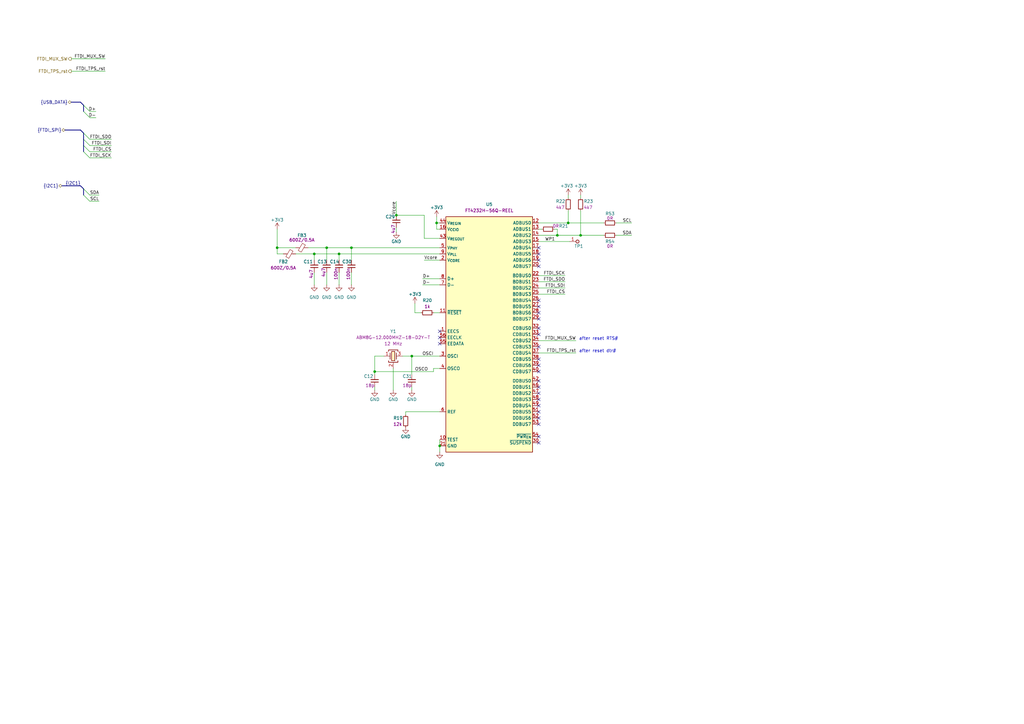
<source format=kicad_sch>
(kicad_sch (version 20230121) (generator eeschema)
  (paper "A3")
  (lib_symbols
    (symbol "C_18p_0402_1" (pin_numbers hide) (pin_names hide)
      (property "Reference" "C" (at 20.32 -5.08 0))
      (property "Val" "18p" (at 20.32 -7.62 0))
      (symbol "C_18p_0402_1_0_1"
        (polyline (pts (xy 2.032 -1.524) (xy 2.032 1.524)) (stroke (width 0.3048)))
        (polyline (pts (xy 3.048 -1.524) (xy 3.048 1.524)) (stroke (width 0.3302)))
      )
      (symbol "C_18p_0402_1_1_1"
        (pin passive line (at 0 0 0) (length 2.032) (name "~") (number "1"))
        (pin passive line (at 5.08 0 180) (length 2.032) (name "~") (number "2"))
      )
    )
    (symbol "antmicroCapacitors0402:C_100n_16V_X7R_0402" (pin_numbers hide) (pin_names hide)
      (property "Reference" "C" (at 15.24 -5.08 0))
      (property "Val" "100n" (at 15.24 -7.62 0))
      (symbol "C_100n_16V_X7R_0402_0_1"
        (polyline (pts (xy 2.032 -1.524) (xy 2.032 1.524)) (stroke (width 0.3048)))
        (polyline (pts (xy 3.048 -1.524) (xy 3.048 1.524)) (stroke (width 0.3302)))
      )
      (symbol "C_100n_16V_X7R_0402_1_1"
        (pin passive line (at 0 0 0) (length 2.032) (name "~") (number "1"))
        (pin passive line (at 5.08 0 180) (length 2.032) (name "~") (number "2"))
      )
    )
    (symbol "antmicroCapacitors0402:C_4u7_25V_0402" (pin_numbers hide) (pin_names hide)
      (property "Reference" "C" (at 20.32 -5.08 0))
      (property "Val" "4u7" (at 20.32 -7.62 0))
      (symbol "C_4u7_25V_0402_0_1"
        (polyline (pts (xy 2.032 -1.524) (xy 2.032 1.524)) (stroke (width 0.3048)))
        (polyline (pts (xy 3.048 -1.524) (xy 3.048 1.524)) (stroke (width 0.3302)))
      )
      (symbol "C_4u7_25V_0402_1_1"
        (pin passive line (at 0 0 0) (length 2.032) (name "~") (number "1"))
        (pin passive line (at 5.08 0 180) (length 2.032) (name "~") (number "2"))
      )
    )
    (symbol "antmicroFerriteBeadsandChips:FB_600Z_0.5A_Murata-BLM18AG_0603" (pin_numbers hide) (pin_names hide)
      (property "Reference" "FB" (at 15.24 0 0))
      (property "Val" "600Z/0.5A" (at 15.24 -5.08 0))
      (symbol "FB_600Z_0.5A_Murata-BLM18AG_0603_0_1"
        (polyline (pts (xy 1.651 0) (xy 1.2446 0)))
        (polyline (pts (xy 3.81 0) (xy 3.3274 0)))
        (polyline (pts (xy 2.2606 -1.8288) (xy 1.0414 -1.1176) (xy 2.7432 1.8288) (xy 3.9624 1.1176) (xy 2.2606 -1.8288)))
      )
      (symbol "FB_600Z_0.5A_Murata-BLM18AG_0603_1_1"
        (pin passive line (at 0 0 0) (length 1.27) (name "~") (number "1"))
        (pin passive line (at 5.08 0 180) (length 1.27) (name "~") (number "2"))
      )
    )
    (symbol "antmicroInterfaceControllers:FT4232H_VQFN"
      (property "Reference" "U" (at 55.88 -2.54 0))
      (property "MPN" "FT4232H-56Q-REEL" (at 55.88 -5.08 0))
      (symbol "FT4232H_VQFN_1_1"
        (rectangle (start 2.54 2.54) (end 38.1 -93.98) (stroke (width 0.254)) (fill (type background)))
        (pin bidirectional line (at 0 -44.45 0) (length 2.54) (name "EECS") (number "1"))
        (pin input line (at 0 -88.9 0) (length 2.54) (name "TEST") (number "10"))
        (pin input line (at 0 -36.83 0) (length 2.54) (name "~{RESET}") (number "11"))
        (pin bidirectional line (at 40.64 0 180) (length 2.54) (name "ADBUS0") (number "12"))
        (pin bidirectional line (at 40.64 -2.54 180) (length 2.54) (name "ADBUS1") (number "13"))
        (pin bidirectional line (at 40.64 -5.08 180) (length 2.54) (name "ADBUS2") (number "14"))
        (pin bidirectional line (at 40.64 -7.62 180) (length 2.54) (name "ADBUS3") (number "15"))
        (pin power_in line (at 0 -2.54 0) (length 2.54) (name "V_{CCIO}") (number "16"))
        (pin bidirectional line (at 40.64 -10.16 180) (length 2.54) (name "ADBUS4") (number "17"))
        (pin bidirectional line (at 40.64 -12.7 180) (length 2.54) (name "ADBUS5") (number "18"))
        (pin bidirectional line (at 40.64 -15.24 180) (length 2.54) (name "ADBUS6") (number "19"))
        (pin power_in line (at 0 -15.24 0) (length 2.54) (name "V_{CORE}") (number "2"))
        (pin bidirectional line (at 40.64 -17.78 180) (length 2.54) (name "ADBUS7") (number "20"))
        (pin power_in line (at 0 -91.44 0) (length 2.54) (name "GND") (number "21"))
        (pin bidirectional line (at 40.64 -21.59 180) (length 2.54) (name "BDBUS0") (number "22"))
        (pin bidirectional line (at 40.64 -24.13 180) (length 2.54) (name "BDBUS1") (number "23"))
        (pin bidirectional line (at 40.64 -26.67 180) (length 2.54) (name "BDBUS2") (number "24"))
        (pin bidirectional line (at 40.64 -29.21 180) (length 2.54) (name "BDBUS3") (number "25"))
        (pin bidirectional line (at 40.64 -31.75 180) (length 2.54) (name "BDBUS4") (number "26"))
        (pin bidirectional line (at 40.64 -34.29 180) (length 2.54) (name "BDBUS5") (number "27"))
        (pin bidirectional line (at 40.64 -36.83 180) (length 2.54) (name "BDBUS6") (number "28"))
        (pin bidirectional line (at 40.64 -39.37 180) (length 2.54) (name "BDBUS7") (number "29"))
        (pin input line (at 0 -54.61 0) (length 2.54) (name "OSCI") (number "3"))
        (pin output line (at 40.64 -90.17 180) (length 2.54) (name "~{SUSPEND}") (number "30"))
        (pin passive line (at 0 -15.24 0) (length 2.54) hide (name "V_{CORE}") (number "31"))
        (pin bidirectional line (at 40.64 -43.18 180) (length 2.54) (name "CDBUS0") (number "32"))
        (pin bidirectional line (at 40.64 -45.72 180) (length 2.54) (name "CDBUS1") (number "33"))
        (pin bidirectional line (at 40.64 -48.26 180) (length 2.54) (name "CDBUS2") (number "34"))
        (pin bidirectional line (at 40.64 -50.8 180) (length 2.54) (name "CDBUS3") (number "35"))
        (pin passive line (at 0 -2.54 0) (length 2.54) hide (name "V_{CCIO}") (number "36"))
        (pin bidirectional line (at 40.64 -53.34 180) (length 2.54) (name "CDBUS4") (number "37"))
        (pin bidirectional line (at 40.64 -55.88 180) (length 2.54) (name "CDBUS5") (number "38"))
        (pin bidirectional line (at 40.64 -58.42 180) (length 2.54) (name "CDBUS6") (number "39"))
        (pin output line (at 0 -59.69 0) (length 2.54) (name "OSCO") (number "4"))
        (pin bidirectional line (at 40.64 -60.96 180) (length 2.54) (name "CDBUS7") (number "40"))
        (pin passive line (at 0 -91.44 0) (length 2.54) hide (name "GND") (number "41"))
        (pin bidirectional line (at 40.64 -64.77 180) (length 2.54) (name "DDBUS0") (number "42"))
        (pin power_out line (at 0 -6.35 0) (length 2.54) (name "V_{REGOUT}") (number "43"))
        (pin power_in line (at 0 0 0) (length 2.54) (name "V_{REGIN}") (number "44"))
        (pin passive line (at 0 -91.44 0) (length 2.54) hide (name "GND") (number "45"))
        (pin bidirectional line (at 40.64 -67.31 180) (length 2.54) (name "DDBUS1") (number "46"))
        (pin bidirectional line (at 40.64 -69.85 180) (length 2.54) (name "DDBUS2") (number "47"))
        (pin bidirectional line (at 40.64 -72.39 180) (length 2.54) (name "DDBUS3") (number "48"))
        (pin bidirectional line (at 40.64 -74.93 180) (length 2.54) (name "DDBUS4") (number "49"))
        (pin power_in line (at 0 -10.16 0) (length 2.54) (name "V_{PHY}") (number "5"))
        (pin passive line (at 0 -2.54 0) (length 2.54) hide (name "V_{CCIO}") (number "50"))
        (pin bidirectional line (at 40.64 -77.47 180) (length 2.54) (name "DDBUS5") (number "51"))
        (pin bidirectional line (at 40.64 -80.01 180) (length 2.54) (name "DDBUS6") (number "52"))
        (pin bidirectional line (at 40.64 -82.55 180) (length 2.54) (name "DDBUS7") (number "53"))
        (pin output line (at 40.64 -87.63 180) (length 2.54) (name "~{PWR_{EN}}") (number "54"))
        (pin bidirectional line (at 0 -49.53 0) (length 2.54) (name "EEDATA") (number "55"))
        (pin output line (at 0 -46.99 0) (length 2.54) (name "EECLK") (number "56"))
        (pin passive line (at 0 -91.44 0) (length 2.54) hide (name "GND") (number "57"))
        (pin input line (at 0 -77.47 0) (length 2.54) (name "REF") (number "6"))
        (pin bidirectional line (at 0 -25.4 0) (length 2.54) (name "D-") (number "7"))
        (pin bidirectional line (at 0 -22.86 0) (length 2.54) (name "D+") (number "8"))
        (pin power_in line (at 0 -12.7 0) (length 2.54) (name "V_{PLL}") (number "9"))
      )
    )
    (symbol "antmicroResistors0402:R_0R_0402" (pin_numbers hide) (pin_names hide)
      (property "Reference" "R" (at 20.32 -5.08 0))
      (property "Val" "0R" (at 20.32 -7.62 0))
      (symbol "R_0R_0402_0_1"
        (rectangle (start 0.635 0.889) (end 4.445 -0.889) (stroke (width 0.254)))
      )
      (symbol "R_0R_0402_1_1"
        (pin passive line (at 0 0 0) (length 0.635) (name "~") (number "1"))
        (pin passive line (at 5.08 0 180) (length 0.635) (name "~") (number "2"))
      )
    )
    (symbol "antmicroResistors0402:R_12k_0402" (pin_numbers hide) (pin_names hide)
      (property "Reference" "R" (at 20.32 -5.08 0))
      (property "Val" "12k" (at 20.32 -7.62 0))
      (symbol "R_12k_0402_0_1"
        (rectangle (start 0.635 0.889) (end 4.445 -0.889) (stroke (width 0.254)))
      )
      (symbol "R_12k_0402_1_1"
        (pin passive line (at 0 0 0) (length 0.635) (name "~") (number "1"))
        (pin passive line (at 5.08 0 180) (length 0.635) (name "~") (number "2"))
      )
    )
    (symbol "antmicroResistors0402:R_1k_0402" (pin_numbers hide) (pin_names hide)
      (property "Reference" "R" (at 20.32 -5.08 0))
      (property "Val" "1k" (at 20.32 -7.62 0))
      (symbol "R_1k_0402_0_1"
        (rectangle (start 0.635 0.889) (end 4.445 -0.889) (stroke (width 0.254)))
      )
      (symbol "R_1k_0402_1_1"
        (pin passive line (at 0 0 0) (length 0.635) (name "~") (number "1"))
        (pin passive line (at 5.08 0 180) (length 0.635) (name "~") (number "2"))
      )
    )
    (symbol "antmicroResistors0402:R_4k7_0402" (pin_numbers hide) (pin_names hide)
      (property "Reference" "R" (at 20.32 -5.08 0))
      (property "Val" "4k7" (at 20.32 -7.62 0))
      (symbol "R_4k7_0402_0_1"
        (rectangle (start 0.635 0.889) (end 4.445 -0.889) (stroke (width 0.254)))
      )
      (symbol "R_4k7_0402_1_1"
        (pin passive line (at 0 0 0) (length 0.635) (name "~") (number "1"))
        (pin passive line (at 5.08 0 180) (length 0.635) (name "~") (number "2"))
      )
    )
    (symbol "antmicroResonators:Resonator_12MHz_ABM8G" (pin_names hide)
      (property "Reference" "Y" (at 15.24 -5.08 0))
      (property "MPN" "ABM8G-12.000MHZ-18-D2Y-T" (at 15.24 -7.62 0))
      (property "Val" "12 MHz" (at 15.24 -10.16 0))
      (symbol "Resonator_12MHz_ABM8G_1_1"
        (polyline (pts (xy 2.54 1.27) (xy 2.54 -1.27)) (stroke (width 0.254)) (fill (type background)))
        (polyline (pts (xy 5.08 1.27) (xy 5.08 -1.27)) (stroke (width 0.254)) (fill (type background)))
        (polyline (pts (xy 1.905 -1.905) (xy 1.905 -2.54) (xy 5.715 -2.54) (xy 5.715 -1.905)) (stroke (width 0.254)))
        (polyline (pts (xy 1.905 1.905) (xy 1.905 2.54) (xy 5.715 2.54) (xy 5.715 1.905)) (stroke (width 0.254)))
        (rectangle (start 3.175 1.905) (end 4.445 -1.905) (stroke (width 0.254)) (fill (type background)))
        (pin passive line (at 0 0 0) (length 2.54) (name "~") (number "1"))
        (pin passive line (at 3.81 -5.08 90) (length 2.54) (name "SH") (number "2"))
        (pin passive line (at 7.62 0 180) (length 2.54) (name "~") (number "3"))
        (pin passive line (at 3.81 -5.08 90) (length 2.54) hide (name "SH") (number "4"))
      )
    )
    (symbol "antmicroTestPoints:TP_1.5mm_SMD" (pin_names hide) (in_bom no)
      (property "Reference" "TP" (at 15.24 -5.08 0))
      (symbol "TP_1.5mm_SMD_1_1"
        (circle (center 3.175 0) (radius 0.635) (stroke (width 0.254)))
        (pin passive line (at 0 0 0) (length 2.54) (name "1") (number "1"))
      )
    )
    (symbol "antmicropower:+3V3" (power) (pin_numbers hide) (pin_names hide)
      (property "Value" "+3V3" (at -3.175 2.54 0))
      (symbol "+3V3_0_1"
        (polyline (pts (xy 0 0) (xy 0 2.54)))
        (polyline (pts (xy 0 2.54) (xy -0.762 1.27)))
        (polyline (pts (xy 0 2.54) (xy 0.762 1.27)))
      )
      (symbol "+3V3_1_1"
        (pin power_in line (at 0 0 90) (length 0) hide (name "+3V3") (number "1"))
      )
    )
    (symbol "antmicropower:GND" (power) (pin_numbers hide) (pin_names hide)
      (property "Value" "GND" (at 8.89 -5.08 0))
      (symbol "GND_1_1"
        (polyline (pts (xy 0 0) (xy 0 -1.27) (xy 1.27 -1.27) (xy 0 -2.54) (xy -1.27 -1.27) (xy 0 -1.27)))
        (pin power_in line (at 0 0 270) (length 0) (name "GND") (number "1"))
      )
    )
  )
  (junction (at 162.56 88.265))
  (junction (at 168.91 146.05))
  (junction (at 144.145 101.6))
  (junction (at 180.34 182.88))
  (junction (at 133.985 101.6))
  (junction (at 113.665 101.6))
  (junction (at 233.045 91.44))
  (junction (at 153.67 152.4))
  (junction (at 179.07 91.44))
  (junction (at 228.6 96.52))
  (junction (at 238.125 96.52))
  (junction (at 128.905 104.14))
  (junction (at 139.065 104.14))
  (no_connect (at 220.98 163.83))
  (no_connect (at 220.98 173.99))
  (no_connect (at 220.98 125.73))
  (no_connect (at 220.98 171.45))
  (no_connect (at 220.98 104.14))
  (no_connect (at 220.98 142.24))
  (no_connect (at 220.98 134.62))
  (no_connect (at 220.98 161.29))
  (no_connect (at 180.34 138.43))
  (no_connect (at 220.98 179.07))
  (no_connect (at 180.34 135.89))
  (no_connect (at 220.98 147.32))
  (no_connect (at 220.98 137.16))
  (no_connect (at 220.98 106.68))
  (no_connect (at 180.34 140.97))
  (no_connect (at 220.98 156.21))
  (no_connect (at 220.98 168.91))
  (no_connect (at 220.98 181.61))
  (no_connect (at 220.98 101.6))
  (no_connect (at 220.98 128.27))
  (no_connect (at 220.98 130.81))
  (no_connect (at 220.98 149.86))
  (no_connect (at 220.98 158.75))
  (no_connect (at 220.98 152.4))
  (no_connect (at 220.98 123.19))
  (no_connect (at 220.98 166.37))
  (no_connect (at 220.98 109.22))
  (bus_entry (at 36.83 48.26) (size -2.54 -2.54))
  (bus_entry (at 36.83 80.01) (size -2.54 -2.54))
  (bus_entry (at 36.83 59.69) (size -2.54 -2.54))
  (bus_entry (at 36.83 57.15) (size -2.54 -2.54))
  (bus_entry (at 36.83 45.72) (size -2.54 -2.54))
  (bus_entry (at 36.83 62.23) (size -2.54 -2.54))
  (bus_entry (at 36.83 64.77) (size -2.54 -2.54))
  (bus_entry (at 36.83 82.55) (size -2.54 -2.54))
  (bus_alias "FTDI_SPI" (members "FTDI_SDO" "FTDI_SDI" "FTDI_CS" "FTDI_SCK"))
  (bus_alias "USB_DATA" (members "D+" "D-"))
  (wire (pts (xy 173.99 106.68) (xy 180.34 106.68)))
  (wire (pts (xy 179.07 88.9) (xy 179.07 91.44)))
  (bus (pts (xy 34.29 54.61) (xy 33.02 53.34)))
  (wire (pts (xy 220.98 120.65) (xy 231.775 120.65)))
  (wire (pts (xy 233.045 80.01) (xy 233.045 81.28)))
  (wire (pts (xy 220.98 93.98) (xy 222.25 93.98)))
  (wire (pts (xy 36.83 64.77) (xy 45.72 64.77)))
  (wire (pts (xy 173.355 114.3) (xy 180.34 114.3)))
  (wire (pts (xy 29.21 24.13) (xy 43.18 24.13)))
  (wire (pts (xy 233.045 91.44) (xy 247.65 91.44)))
  (wire (pts (xy 113.665 104.14) (xy 116.205 104.14)))
  (wire (pts (xy 153.67 152.4) (xy 153.67 153.67)))
  (wire (pts (xy 173.355 116.84) (xy 180.34 116.84)))
  (wire (pts (xy 133.985 106.68) (xy 133.985 101.6)))
  (wire (pts (xy 133.985 111.76) (xy 133.985 116.84)))
  (wire (pts (xy 168.91 160.02) (xy 168.91 158.75)))
  (wire (pts (xy 220.98 91.44) (xy 233.045 91.44)))
  (wire (pts (xy 173.99 97.79) (xy 173.99 88.265)))
  (wire (pts (xy 113.665 104.14) (xy 113.665 101.6)))
  (wire (pts (xy 161.29 160.02) (xy 161.29 151.13)))
  (wire (pts (xy 238.125 86.36) (xy 238.125 96.52)))
  (wire (pts (xy 179.07 93.98) (xy 180.34 93.98)))
  (wire (pts (xy 113.665 101.6) (xy 121.285 101.6)))
  (bus (pts (xy 34.29 43.18) (xy 33.02 41.91)))
  (wire (pts (xy 113.665 93.98) (xy 113.665 101.6)))
  (wire (pts (xy 153.67 152.4) (xy 177.8 152.4)))
  (wire (pts (xy 153.67 146.05) (xy 157.48 146.05)))
  (wire (pts (xy 162.56 82.55) (xy 162.56 88.265)))
  (wire (pts (xy 252.73 91.44) (xy 259.08 91.44)))
  (wire (pts (xy 128.905 104.14) (xy 139.065 104.14)))
  (wire (pts (xy 170.18 124.46) (xy 170.18 128.27)))
  (bus (pts (xy 29.21 41.91) (xy 33.02 41.91)))
  (wire (pts (xy 228.6 96.52) (xy 238.125 96.52)))
  (wire (pts (xy 128.905 106.68) (xy 128.905 104.14)))
  (wire (pts (xy 170.18 128.27) (xy 172.72 128.27)))
  (bus (pts (xy 34.29 77.47) (xy 34.29 80.01)))
  (wire (pts (xy 29.21 29.21) (xy 43.18 29.21)))
  (wire (pts (xy 139.065 104.14) (xy 180.34 104.14)))
  (bus (pts (xy 34.29 77.47) (xy 33.02 76.2)))
  (wire (pts (xy 139.065 106.68) (xy 139.065 104.14)))
  (wire (pts (xy 133.985 101.6) (xy 144.145 101.6)))
  (wire (pts (xy 220.98 99.06) (xy 233.68 99.06)))
  (wire (pts (xy 220.98 96.52) (xy 228.6 96.52)))
  (wire (pts (xy 128.905 111.76) (xy 128.905 116.84)))
  (wire (pts (xy 121.285 104.14) (xy 128.905 104.14)))
  (wire (pts (xy 228.6 93.98) (xy 228.6 96.52)))
  (wire (pts (xy 238.125 96.52) (xy 247.65 96.52)))
  (wire (pts (xy 126.365 101.6) (xy 133.985 101.6)))
  (bus (pts (xy 34.29 57.15) (xy 34.29 59.69)))
  (wire (pts (xy 36.83 48.26) (xy 39.37 48.26)))
  (wire (pts (xy 220.98 139.7) (xy 236.22 139.7)))
  (wire (pts (xy 220.98 144.78) (xy 236.22 144.78)))
  (wire (pts (xy 36.83 80.01) (xy 40.64 80.01)))
  (wire (pts (xy 168.91 146.05) (xy 168.91 153.67)))
  (wire (pts (xy 252.73 96.52) (xy 259.08 96.52)))
  (wire (pts (xy 233.045 86.36) (xy 233.045 91.44)))
  (wire (pts (xy 165.1 146.05) (xy 168.91 146.05)))
  (wire (pts (xy 180.34 180.34) (xy 180.34 182.88)))
  (bus (pts (xy 34.29 43.18) (xy 34.29 45.72)))
  (wire (pts (xy 36.83 57.15) (xy 45.72 57.15)))
  (wire (pts (xy 166.37 170.18) (xy 166.37 168.91)))
  (wire (pts (xy 227.33 93.98) (xy 228.6 93.98)))
  (bus (pts (xy 26.67 53.34) (xy 33.02 53.34)))
  (wire (pts (xy 238.125 80.01) (xy 238.125 81.28)))
  (wire (pts (xy 144.145 111.76) (xy 144.145 116.84)))
  (wire (pts (xy 36.83 45.72) (xy 39.37 45.72)))
  (wire (pts (xy 36.83 82.55) (xy 40.64 82.55)))
  (wire (pts (xy 153.67 146.05) (xy 153.67 152.4)))
  (wire (pts (xy 173.99 97.79) (xy 180.34 97.79)))
  (wire (pts (xy 179.07 91.44) (xy 179.07 93.98)))
  (wire (pts (xy 173.99 88.265) (xy 162.56 88.265)))
  (wire (pts (xy 180.34 185.42) (xy 180.34 182.88)))
  (wire (pts (xy 144.145 106.68) (xy 144.145 101.6)))
  (wire (pts (xy 180.34 91.44) (xy 179.07 91.44)))
  (bus (pts (xy 25.4 76.2) (xy 33.02 76.2)))
  (wire (pts (xy 162.56 93.345) (xy 162.56 95.25)))
  (wire (pts (xy 220.98 113.03) (xy 231.775 113.03)))
  (wire (pts (xy 220.98 115.57) (xy 231.775 115.57)))
  (wire (pts (xy 166.37 168.91) (xy 180.34 168.91)))
  (wire (pts (xy 36.83 62.23) (xy 45.72 62.23)))
  (wire (pts (xy 139.065 111.76) (xy 139.065 116.84)))
  (wire (pts (xy 177.8 152.4) (xy 177.8 151.13)))
  (wire (pts (xy 168.91 146.05) (xy 180.34 146.05)))
  (wire (pts (xy 177.8 151.13) (xy 180.34 151.13)))
  (wire (pts (xy 153.67 160.02) (xy 153.67 158.75)))
  (wire (pts (xy 177.8 128.27) (xy 180.34 128.27)))
  (wire (pts (xy 144.145 101.6) (xy 180.34 101.6)))
  (bus (pts (xy 34.29 59.69) (xy 34.29 62.23)))
  (bus (pts (xy 34.29 54.61) (xy 34.29 57.15)))
  (wire (pts (xy 36.83 59.69) (xy 45.72 59.69)))
  (wire (pts (xy 220.98 118.11) (xy 231.775 118.11)))
  (text "after reset RTS#" (at 237.49 139.7 0) (effects (font (size 1.27 1.27)) (justify left bottom)))
  (text "after reset dtr#" (at 237.49 144.78 0) (effects (font (size 1.27 1.27)) (justify left bottom)))
  (label "SDA" (at 40.64 80.01 180))
  (label "FTDI_SDI" (at 231.775 118.11 180))
  (label "FTDI_SCK" (at 45.72 64.77 180))
  (label "FTDI_CS" (at 231.775 120.65 180))
  (label "Vcore" (at 173.99 106.68 0))
  (label "Vcore" (at 162.56 82.55 270))
  (label "FTDI_MUX_SW" (at 236.22 139.7 180))
  (label "D-" (at 39.37 48.26 180))
  (label "SCL" (at 40.64 82.55 180))
  (label "FTDI_TPS_rst" (at 43.18 29.21 180))
  (label "FTDI_SDI" (at 45.72 59.69 180))
  (label "FTDI_MUX_SW" (at 43.18 24.13 180))
  (label "FTDI_SCK" (at 231.775 113.03 180))
  (label "FTDI_SDO" (at 231.775 115.57 180))
  (label "D+" (at 173.355 114.3 0))
  (label "{I2C1}" (at 33.02 76.2 180))
  (label "D-" (at 173.355 116.84 0))
  (label "OSCI" (at 177.8 146.05 180))
  (label "SCL" (at 259.08 91.44 180))
  (label "SDA" (at 259.08 96.52 180))
  (label "FTDI_CS" (at 45.72 62.23 180))
  (label "WP1" (at 223.52 99.06 0))
  (label "FTDI_SDO" (at 45.72 57.15 180))
  (label "OSCO" (at 170.18 152.4 0))
  (label "D+" (at 39.37 45.72 180))
  (label "FTDI_TPS_rst" (at 236.22 144.78 180))
  (hierarchical_label "{FTDI_SPI}" (shape bidirectional) (at 26.67 53.34 180))
  (hierarchical_label "FTDI_MUX_SW" (shape output) (at 29.21 24.13 180))
  (hierarchical_label "FTDI_TPS_rst" (shape output) (at 29.21 29.21 180))
  (hierarchical_label "{I2C1}" (shape bidirectional) (at 25.4 76.2 180))
  (hierarchical_label "{USB_DATA}" (shape bidirectional) (at 29.21 41.91 180))
  (symbol (lib_id "antmicroFerriteBeadsandChips:FB_600Z_0.5A_Murata-BLM18AG_0603") (at 121.285 101.6 0) (unit 1)
    (property "Reference" "FB3" (at 123.825 96.52 0))
    (property "Value" "FB_600Z_0.5A_Murata-BLM18AG_0603" (effects hide))
    (property "Footprint" "antmicro-footprints:FB_0603_1608Metric" (effects hide))
    (property "Datasheet" "https://www.murata.com/en-us/products/productdata/8796738650142/ENFA0003.pdf" (effects hide))
    (property "Val" "600Z/0.5A" (at 123.825 98.425 0))
    (property "MPN" "BLM18AG601SN1D" (effects hide))
    (property "Manufacturer" "Murata" (effects hide))
    (property "Author" "Antmicro" (effects hide))
    (property "License" "Apache-2.0" (effects hide))
  )
  (symbol (lib_id "antmicroResistors0402:R_0R_0402") (at 222.25 93.98 0) (unit 1)
    (property "Reference" "R21" (at 231.14 92.71 0))
    (property "Value" "R_0R_0402" (effects hide))
    (property "Footprint" "antmicro-footprints:R_0402_1005Metric" (effects hide))
    (property "Datasheet" "https://industrial.panasonic.com/cdbs/www-data/pdf/RDA0000/AOA0000C301.pdf" (effects hide))
    (property "MPN" "ERJ2GE0R00X" (effects hide))
    (property "Manufacturer" "Panasonic" (effects hide))
    (property "License" "Apache-2.0" (effects hide))
    (property "Author" "Antmicro" (effects hide))
    (property "Val" "0R" (at 227.965 92.71 0))
    (property "Current" "1A" (effects hide))
  )
  (symbol (lib_id "antmicroCapacitors0402:C_100n_16V_X7R_0402") (at 144.145 111.76 90) (unit 1)
    (property "Reference" "C30" (at 140.335 107.315 90) (effects (justify right)))
    (property "Value" "C_100n_16V_X7R_0402" (effects hide))
    (property "Footprint" "antmicro-footprints:C_0402_1005Metric" (effects hide))
    (property "Datasheet" "https://www.kemet.com/en/us/capacitors/product/C0402C104J4RAC7411.html" (effects hide))
    (property "MPN" "C0402C104J4RAC7411" (effects hide))
    (property "Val" "100n" (at 142.875 109.855 0) (effects (justify right)))
    (property "Voltage" "16V" (effects hide))
    (property "Dielectric" "X7R" (effects hide))
    (property "Manufacturer" "KEMET" (effects hide))
    (property "License" "Apache-2.0" (effects hide))
    (property "Author" "Antmicro" (effects hide))
  )
  (symbol (lib_id "antmicropower:+3V3") (at 179.07 88.9 0) (unit 1)
    (property "Reference" "#PWR031" (effects hide))
    (property "Value" "+3V3" (at 179.07 85.09 0))
    (property "Author" "Antmicro" (effects hide))
    (property "License" "Apache-2.0" (effects hide))
  )
  (symbol (lib_id "antmicroResistors0402:R_4k7_0402") (at 233.045 86.36 90) (unit 1)
    (property "Reference" "R22" (at 227.965 82.55 90) (effects (justify right)))
    (property "Value" "R_4k7_0402" (effects hide))
    (property "Footprint" "antmicro-footprints:R_0402_1005Metric" (effects hide))
    (property "Datasheet" "https://www.bourns.com/docs/product-datasheets/cr.pdf" (effects hide))
    (property "MPN" "CR0402-FX-4701GLF" (effects hide))
    (property "Manufacturer" "Bourns" (effects hide))
    (property "License" "Apache-2.0" (effects hide))
    (property "Author" "Antmicro" (effects hide))
    (property "Val" "4k7" (at 227.965 85.09 90) (effects (justify right)))
    (property "Tolerance" "1%" (effects hide))
  )
  (symbol (lib_id "antmicropower:GND") (at 166.37 175.26 0) (unit 1)
    (property "Reference" "#PWR025" (effects hide))
    (property "Value" "GND" (at 166.37 179.07 0))
    (property "Author" "Antmicro" (effects hide))
    (property "License" "Apache-2.0" (effects hide))
  )
  (symbol (lib_id "antmicropower:GND") (at 139.065 116.84 0) (unit 1)
    (property "Reference" "#PWR021" (effects hide))
    (property "Value" "GND" (at 139.065 121.92 0))
    (property "Author" "Antmicro" (effects hide))
    (property "License" "Apache-2.0" (effects hide))
  )
  (symbol (lib_id "antmicropower:GND") (at 180.34 185.42 0) (unit 1)
    (property "Reference" "#PWR032" (effects hide))
    (property "Value" "GND" (at 180.34 190.5 0))
    (property "Author" "Antmicro" (effects hide))
    (property "License" "Apache-2.0" (effects hide))
  )
  (symbol (lib_id "antmicropower:GND") (at 161.29 160.02 0) (unit 1)
    (property "Reference" "#PWR022" (effects hide))
    (property "Value" "GND" (at 161.29 163.83 0))
    (property "Author" "Antmicro" (effects hide))
    (property "License" "Apache-2.0" (effects hide))
  )
  (symbol (lib_id "antmicropower:+3V3") (at 113.665 93.98 0) (unit 1)
    (property "Reference" "#PWR05" (effects hide))
    (property "Value" "+3V3" (at 113.665 90.17 0))
    (property "Author" "Antmicro" (effects hide))
    (property "License" "Apache-2.0" (effects hide))
  )
  (symbol (lib_id "antmicropower:+3V3") (at 170.18 124.46 0) (unit 1)
    (property "Reference" "#PWR030" (effects hide))
    (property "Value" "+3V3" (at 170.18 120.65 0))
    (property "Author" "Antmicro" (effects hide))
    (property "License" "Apache-2.0" (effects hide))
  )
  (symbol (lib_id "antmicroResistors0402:R_12k_0402") (at 166.37 175.26 90) (unit 1)
    (property "Reference" "R19" (at 161.29 171.45 90) (effects (justify right)))
    (property "Value" "R_12k_0402" (effects hide))
    (property "Footprint" "antmicro-footprints:R_0402_1005Metric" (effects hide))
    (property "Datasheet" "https://www.bourns.com/docs/product-datasheets/cr.pdf" (effects hide))
    (property "MPN" "CR0402-FX-1202GLF" (effects hide))
    (property "Manufacturer" "Bourns" (effects hide))
    (property "License" "Apache-2.0" (effects hide))
    (property "Author" "Antmicro" (effects hide))
    (property "Val" "12k" (at 161.29 173.99 90) (effects (justify right)))
    (property "Tolerance" "1%" (effects hide))
  )
  (symbol (lib_id "antmicropower:GND") (at 144.145 116.84 0) (unit 1)
    (property "Reference" "#PWR024" (effects hide))
    (property "Value" "GND" (at 144.145 121.92 0))
    (property "Author" "Antmicro" (effects hide))
    (property "License" "Apache-2.0" (effects hide))
  )
  (symbol (lib_id "antmicropower:+3V3") (at 238.125 80.01 0) (unit 1)
    (property "Reference" "#PWR034" (effects hide))
    (property "Value" "+3V3" (at 238.125 76.2 0))
    (property "Author" "Antmicro" (effects hide))
    (property "License" "Apache-2.0" (effects hide))
  )
  (symbol (lib_id "antmicropower:GND") (at 162.56 95.25 0) (unit 1)
    (property "Reference" "#PWR023" (effects hide))
    (property "Value" "GND" (at 162.56 99.06 0))
    (property "Author" "Antmicro" (effects hide))
    (property "License" "Apache-2.0" (effects hide))
  )
  (symbol (lib_id "antmicroResistors0402:R_1k_0402") (at 172.72 128.27 0) (unit 1)
    (property "Reference" "R20" (at 175.26 123.19 0))
    (property "Value" "R_1k_0402" (effects hide))
    (property "Footprint" "antmicro-footprints:R_0402_1005Metric" (effects hide))
    (property "Datasheet" "https://www.bourns.com/docs/product-datasheets/cr.pdf" (effects hide))
    (property "MPN" "CR0402-FX-1001GLF" (effects hide))
    (property "Manufacturer" "Bourns" (effects hide))
    (property "License" "Apache-2.0" (effects hide))
    (property "Author" "Antmicro" (effects hide))
    (property "Val" "1k" (at 175.26 125.73 0))
    (property "Tolerance" "1%" (effects hide))
  )
  (symbol (lib_name "C_18p_0402_1") (lib_id "antmicroCapacitors0402:C_18p_0402") (at 168.91 158.75 90) (unit 1)
    (property "Reference" "C31" (at 165.1 154.305 90) (effects (justify right)))
    (property "Value" "C_18p_0402" (effects hide))
    (property "Footprint" "antmicro-footprints:C_0402_1005Metric" (effects hide))
    (property "Datasheet" "https://product.samsungsem.com/mlcc/CL05C180JB51PN.do" (effects hide))
    (property "MPN" "CL05C180JB51PNC" (effects hide))
    (property "Manufacturer" "Samsung Electro-Mechanics" (effects hide))
    (property "License" "Apache-2.0" (effects hide))
    (property "Author" "Antmicro" (effects hide))
    (property "Val" "18p" (at 165.1 158.115 90) (effects (justify right)))
  )
  (symbol (lib_id "antmicroResistors0402:R_4k7_0402") (at 238.125 86.36 90) (unit 1)
    (property "Reference" "R23" (at 239.395 82.55 90) (effects (justify right)))
    (property "Value" "R_4k7_0402" (effects hide))
    (property "Footprint" "antmicro-footprints:R_0402_1005Metric" (effects hide))
    (property "Datasheet" "https://www.bourns.com/docs/product-datasheets/cr.pdf" (effects hide))
    (property "MPN" "CR0402-FX-4701GLF" (effects hide))
    (property "Manufacturer" "Bourns" (effects hide))
    (property "License" "Apache-2.0" (effects hide))
    (property "Author" "Antmicro" (effects hide))
    (property "Val" "4k7" (at 239.395 85.09 90) (effects (justify right)))
    (property "Tolerance" "1%" (effects hide))
  )
  (symbol (lib_id "antmicroCapacitors0402:C_100n_16V_X7R_0402") (at 139.065 111.76 90) (unit 1)
    (property "Reference" "C14" (at 135.255 107.315 90) (effects (justify right)))
    (property "Value" "C_100n_16V_X7R_0402" (effects hide))
    (property "Footprint" "antmicro-footprints:C_0402_1005Metric" (effects hide))
    (property "Datasheet" "https://www.kemet.com/en/us/capacitors/product/C0402C104J4RAC7411.html" (effects hide))
    (property "MPN" "C0402C104J4RAC7411" (effects hide))
    (property "Val" "100n" (at 137.795 109.855 0) (effects (justify right)))
    (property "Voltage" "16V" (effects hide))
    (property "Dielectric" "X7R" (effects hide))
    (property "Manufacturer" "KEMET" (effects hide))
    (property "License" "Apache-2.0" (effects hide))
    (property "Author" "Antmicro" (effects hide))
  )
  (symbol (lib_id "antmicroResistors0402:R_0R_0402") (at 247.65 91.44 0) (unit 1)
    (property "Reference" "R53" (at 250.19 87.63 0))
    (property "Value" "R_0R_0402" (effects hide))
    (property "Footprint" "antmicro-footprints:R_0402_1005Metric" (effects hide))
    (property "Datasheet" "https://industrial.panasonic.com/cdbs/www-data/pdf/RDA0000/AOA0000C301.pdf" (effects hide))
    (property "MPN" "ERJ2GE0R00X" (effects hide))
    (property "Manufacturer" "Panasonic" (effects hide))
    (property "License" "Apache-2.0" (effects hide))
    (property "Author" "Antmicro" (effects hide))
    (property "Val" "0R" (at 250.19 89.535 0))
    (property "Current" "1A" (effects hide))
  )
  (symbol (lib_id "antmicroTestPoints:TP_1.5mm_SMD") (at 233.68 99.06 0) (unit 1) (in_bom no)
    (property "Reference" "TP1" (at 235.585 100.965 0) (effects (justify left)))
    (property "Value" "TP_1.5mm_SMD" (effects hide))
    (property "Footprint" "antmicro-footprints:TP_SMD_1.5mm" (effects hide))
    (property "Author" "Antmicro" (effects hide))
    (property "License" "Apache-2.0" (effects hide))
  )
  (symbol (lib_id "antmicroCapacitors0402:C_4u7_25V_0402") (at 128.905 111.76 90) (unit 1)
    (property "Reference" "C11" (at 124.46 107.315 90) (effects (justify right)))
    (property "Value" "C_4u7_25V_0402" (effects hide))
    (property "Footprint" "antmicro-footprints:C_0402_1005Metric" (effects hide))
    (property "Datasheet" "https://www.murata.com/products/productdetail?partno=GRM155C61E475ME15%23" (effects hide))
    (property "MPN" "GRM155C61E475ME15J" (effects hide))
    (property "Manufacturer" "Murata" (effects hide))
    (property "License" "Apache-2.0" (effects hide))
    (property "Author" "Antmicro" (effects hide))
    (property "Val" "4u7" (at 127.635 110.49 0) (effects (justify right)))
    (property "Voltage" "25V" (effects hide))
    (property "Dielectric" "X5S" (effects hide))
  )
  (symbol (lib_id "antmicroCapacitors0402:C_4u7_25V_0402") (at 133.985 111.76 90) (unit 1)
    (property "Reference" "C13" (at 130.175 107.315 90) (effects (justify right)))
    (property "Value" "C_4u7_25V_0402" (effects hide))
    (property "Footprint" "antmicro-footprints:C_0402_1005Metric" (effects hide))
    (property "Datasheet" "https://www.murata.com/products/productdetail?partno=GRM155C61E475ME15%23" (effects hide))
    (property "MPN" "GRM155C61E475ME15J" (effects hide))
    (property "Manufacturer" "Murata" (effects hide))
    (property "License" "Apache-2.0" (effects hide))
    (property "Author" "Antmicro" (effects hide))
    (property "Val" "4u7" (at 132.715 109.855 0) (effects (justify right)))
    (property "Voltage" "25V" (effects hide))
    (property "Dielectric" "X5S" (effects hide))
  )
  (symbol (lib_id "antmicropower:GND") (at 133.985 116.84 0) (unit 1)
    (property "Reference" "#PWR020" (effects hide))
    (property "Value" "GND" (at 133.985 121.92 0))
    (property "Author" "Antmicro" (effects hide))
    (property "License" "Apache-2.0" (effects hide))
  )
  (symbol (lib_id "antmicroCapacitors0402:C_4u7_25V_0402") (at 162.56 93.345 90) (unit 1)
    (property "Reference" "C29" (at 158.115 88.9 90) (effects (justify right)))
    (property "Value" "C_4u7_25V_0402" (effects hide))
    (property "Footprint" "antmicro-footprints:C_0402_1005Metric" (effects hide))
    (property "Datasheet" "https://www.murata.com/products/productdetail?partno=GRM155C61E475ME15%23" (effects hide))
    (property "MPN" "GRM155C61E475ME15J" (effects hide))
    (property "Manufacturer" "Murata" (effects hide))
    (property "License" "Apache-2.0" (effects hide))
    (property "Author" "Antmicro" (effects hide))
    (property "Val" "4u7" (at 161.29 92.075 0) (effects (justify right)))
    (property "Voltage" "25V" (effects hide))
    (property "Dielectric" "X5S" (effects hide))
  )
  (symbol (lib_id "antmicroFerriteBeadsandChips:FB_600Z_0.5A_Murata-BLM18AG_0603") (at 116.205 104.14 0) (unit 1)
    (property "Reference" "FB2" (at 116.205 107.315 0))
    (property "Value" "FB_600Z_0.5A_Murata-BLM18AG_0603" (effects hide))
    (property "Footprint" "antmicro-footprints:FB_0603_1608Metric" (effects hide))
    (property "Datasheet" "https://www.murata.com/en-us/products/productdata/8796738650142/ENFA0003.pdf" (effects hide))
    (property "Val" "600Z/0.5A" (at 116.205 109.855 0))
    (property "MPN" "BLM18AG601SN1D" (effects hide))
    (property "Manufacturer" "Murata" (effects hide))
    (property "Author" "Antmicro" (effects hide))
    (property "License" "Apache-2.0" (effects hide))
  )
  (symbol (lib_id "antmicropower:GND") (at 168.91 160.02 0) (unit 1)
    (property "Reference" "#PWR026" (effects hide))
    (property "Value" "GND" (at 168.91 163.83 0))
    (property "Author" "Antmicro" (effects hide))
    (property "License" "Apache-2.0" (effects hide))
  )
  (symbol (lib_id "antmicroInterfaceControllers:FT4232H_VQFN") (at 180.34 91.44 0) (unit 1)
    (property "Reference" "U5" (at 200.66 83.82 0))
    (property "Value" "FT4232H_VQFN" (effects hide))
    (property "Footprint" "antmicro-footprints:QFN-56-1EP_8x8mm_P0.5mm" (effects hide))
    (property "Datasheet" "https://ftdichip.com/wp-content/uploads/2020/08/DS_FT4232H.pdf" (effects hide))
    (property "Manufacturer" "FTDI Chip" (effects hide))
    (property "MPN" "FT4232H-56Q-REEL" (at 200.66 86.36 0))
    (property "Author" "Antmicro" (effects hide))
    (property "License" "Apache-2.0" (effects hide))
  )
  (symbol (lib_id "antmicroResonators:Resonator_12MHz_ABM8G") (at 157.48 146.05 0) (unit 1)
    (property "Reference" "Y1" (at 161.29 135.89 0))
    (property "Value" "Resonator_12MHz_ABM8G" (effects hide))
    (property "Footprint" "antmicro-footprints:Resonator_SMD_Abracon_ABM8G_3.2x2.5mm" (effects hide))
    (property "Datasheet" "https://abracon.com/Resonators/ABM8G.pdf" (effects hide))
    (property "MPN" "ABM8G-12.000MHZ-18-D2Y-T" (at 161.29 138.43 0))
    (property "Manufacturer" "Abracon" (effects hide))
    (property "Author" "Antmicro" (effects hide))
    (property "License" "Apache-2.0" (effects hide))
    (property "Val" "12 MHz" (at 161.29 140.97 0))
  )
  (symbol (lib_name "C_18p_0402_1") (lib_id "antmicroCapacitors0402:C_18p_0402") (at 153.67 158.75 90) (unit 1)
    (property "Reference" "C12" (at 149.225 154.305 90) (effects (justify right)))
    (property "Value" "C_18p_0402" (effects hide))
    (property "Footprint" "antmicro-footprints:C_0402_1005Metric" (effects hide))
    (property "Datasheet" "https://product.samsungsem.com/mlcc/CL05C180JB51PN.do" (effects hide))
    (property "MPN" "CL05C180JB51PNC" (effects hide))
    (property "Manufacturer" "Samsung Electro-Mechanics" (effects hide))
    (property "License" "Apache-2.0" (effects hide))
    (property "Author" "Antmicro" (effects hide))
    (property "Val" "18p" (at 149.86 158.115 90) (effects (justify right)))
  )
  (symbol (lib_id "antmicropower:+3V3") (at 233.045 80.01 0) (unit 1)
    (property "Reference" "#PWR033" (effects hide))
    (property "Value" "+3V3" (at 232.41 76.2 0))
    (property "Author" "Antmicro" (effects hide))
    (property "License" "Apache-2.0" (effects hide))
  )
  (symbol (lib_id "antmicroResistors0402:R_0R_0402") (at 247.65 96.52 0) (unit 1)
    (property "Reference" "R54" (at 250.19 99.06 0))
    (property "Value" "R_0R_0402" (effects hide))
    (property "Footprint" "antmicro-footprints:R_0402_1005Metric" (effects hide))
    (property "Datasheet" "https://industrial.panasonic.com/cdbs/www-data/pdf/RDA0000/AOA0000C301.pdf" (effects hide))
    (property "MPN" "ERJ2GE0R00X" (effects hide))
    (property "Manufacturer" "Panasonic" (effects hide))
    (property "License" "Apache-2.0" (effects hide))
    (property "Author" "Antmicro" (effects hide))
    (property "Val" "0R" (at 250.19 100.965 0))
    (property "Current" "1A" (effects hide))
  )
  (symbol (lib_id "antmicropower:GND") (at 128.905 116.84 0) (unit 1)
    (property "Reference" "#PWR06" (effects hide))
    (property "Value" "GND" (at 128.905 121.92 0))
    (property "Author" "Antmicro" (effects hide))
    (property "License" "Apache-2.0" (effects hide))
  )
  (symbol (lib_id "antmicropower:GND") (at 153.67 160.02 0) (unit 1)
    (property "Reference" "#PWR019" (effects hide))
    (property "Value" "GND" (at 153.67 163.83 0))
    (property "Author" "Antmicro" (effects hide))
    (property "License" "Apache-2.0" (effects hide))
  )
)
</source>
